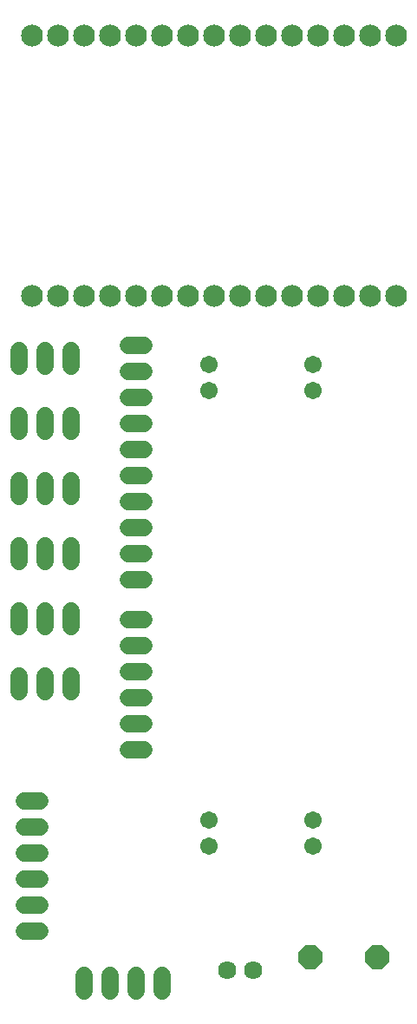
<source format=gbr>
G04 EAGLE Gerber RS-274X export*
G75*
%MOMM*%
%FSLAX34Y34*%
%LPD*%
%INSoldermask Bottom*%
%IPPOS*%
%AMOC8*
5,1,8,0,0,1.08239X$1,22.5*%
G01*
G04 Define Apertures*
%ADD10C,2.133600*%
%ADD11C,1.727200*%
%ADD12P,2.556822X8X22.500000*%
%ADD13C,1.784200*%
%ADD14C,1.711200*%
D10*
X393800Y975188D03*
X368400Y975188D03*
X343000Y975188D03*
X317600Y975188D03*
X292200Y975188D03*
X266800Y975188D03*
X241400Y975188D03*
X216000Y975188D03*
X190600Y975188D03*
X165200Y975188D03*
X139800Y975188D03*
X114400Y975188D03*
X89000Y975188D03*
X63600Y975188D03*
X38200Y975188D03*
X393800Y721138D03*
X368400Y721138D03*
X343000Y721138D03*
X317600Y721138D03*
X292200Y721138D03*
X266800Y721138D03*
X241400Y721138D03*
X216000Y721138D03*
X190600Y721138D03*
X165200Y721138D03*
X139800Y721138D03*
X114400Y721138D03*
X89000Y721138D03*
X63600Y721138D03*
X38200Y721138D03*
D11*
X45720Y101600D02*
X30480Y101600D01*
X30480Y127000D02*
X45720Y127000D01*
X45720Y152400D02*
X30480Y152400D01*
X30480Y177800D02*
X45720Y177800D01*
X45720Y203200D02*
X30480Y203200D01*
X30480Y228600D02*
X45720Y228600D01*
D12*
X310388Y76200D03*
X375412Y76200D03*
D11*
X25400Y652780D02*
X25400Y668020D01*
X50800Y668020D02*
X50800Y652780D01*
X76200Y652780D02*
X76200Y668020D01*
X25400Y477520D02*
X25400Y462280D01*
X50800Y462280D02*
X50800Y477520D01*
X76200Y477520D02*
X76200Y462280D01*
X25400Y414020D02*
X25400Y398780D01*
X50800Y398780D02*
X50800Y414020D01*
X76200Y414020D02*
X76200Y398780D01*
X25400Y525780D02*
X25400Y541020D01*
X50800Y541020D02*
X50800Y525780D01*
X76200Y525780D02*
X76200Y541020D01*
X25400Y589280D02*
X25400Y604520D01*
X50800Y604520D02*
X50800Y589280D01*
X76200Y589280D02*
X76200Y604520D01*
X25400Y350520D02*
X25400Y335280D01*
X50800Y335280D02*
X50800Y350520D01*
X76200Y350520D02*
X76200Y335280D01*
D13*
X228600Y63500D03*
X254000Y63500D03*
D11*
X147320Y444500D02*
X132080Y444500D01*
X132080Y469900D02*
X147320Y469900D01*
X147320Y495300D02*
X132080Y495300D01*
X132080Y520700D02*
X147320Y520700D01*
X147320Y546100D02*
X132080Y546100D01*
X132080Y571500D02*
X147320Y571500D01*
X147320Y596900D02*
X132080Y596900D01*
X132080Y622300D02*
X147320Y622300D01*
X147320Y647700D02*
X132080Y647700D01*
X132080Y673100D02*
X147320Y673100D01*
D14*
X210900Y184150D03*
X312500Y184150D03*
X312500Y209550D03*
X210900Y209550D03*
X210900Y628650D03*
X312500Y628650D03*
X312500Y654050D03*
X210900Y654050D03*
D11*
X147320Y278384D02*
X132080Y278384D01*
X132080Y303784D02*
X147320Y303784D01*
X147320Y329184D02*
X132080Y329184D01*
X132080Y354584D02*
X147320Y354584D01*
X147320Y379984D02*
X132080Y379984D01*
X132080Y405384D02*
X147320Y405384D01*
X88900Y58420D02*
X88900Y43180D01*
X114300Y43180D02*
X114300Y58420D01*
X139700Y58420D02*
X139700Y43180D01*
X165100Y43180D02*
X165100Y58420D01*
M02*

</source>
